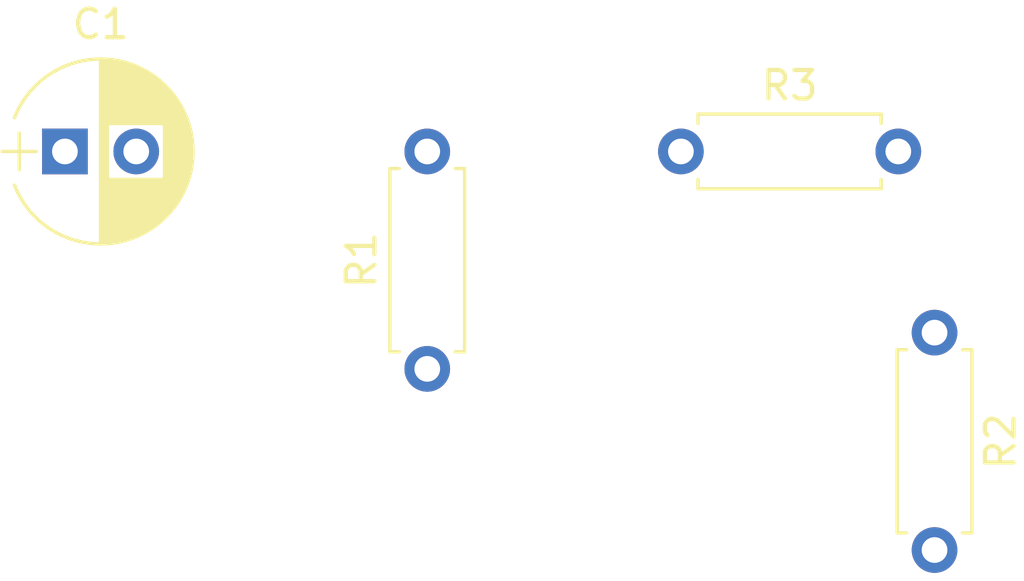
<source format=kicad_pcb>
(kicad_pcb (version 4) (host pcbnew 4.0.7)

  (general
    (links 5)
    (no_connects 5)
    (area 0 0 0 0)
    (thickness 1.6)
    (drawings 0)
    (tracks 0)
    (zones 0)
    (modules 4)
    (nets 4)
  )

  (page A4)
  (layers
    (0 F.Cu signal)
    (31 B.Cu signal)
    (32 B.Adhes user)
    (33 F.Adhes user)
    (34 B.Paste user)
    (35 F.Paste user)
    (36 B.SilkS user)
    (37 F.SilkS user)
    (38 B.Mask user)
    (39 F.Mask user)
    (40 Dwgs.User user)
    (41 Cmts.User user)
    (42 Eco1.User user)
    (43 Eco2.User user)
    (44 Edge.Cuts user)
    (45 Margin user)
    (46 B.CrtYd user)
    (47 F.CrtYd user)
    (48 B.Fab user)
    (49 F.Fab user)
  )

  (setup
    (last_trace_width 0.25)
    (trace_clearance 0.2)
    (zone_clearance 0.508)
    (zone_45_only no)
    (trace_min 0.2)
    (segment_width 0.2)
    (edge_width 0.15)
    (via_size 0.6)
    (via_drill 0.4)
    (via_min_size 0.4)
    (via_min_drill 0.3)
    (uvia_size 0.3)
    (uvia_drill 0.1)
    (uvias_allowed no)
    (uvia_min_size 0.2)
    (uvia_min_drill 0.1)
    (pcb_text_width 0.3)
    (pcb_text_size 1.5 1.5)
    (mod_edge_width 0.15)
    (mod_text_size 1 1)
    (mod_text_width 0.15)
    (pad_size 1.6 1.6)
    (pad_drill 0.9)
    (pad_to_mask_clearance 0.2)
    (aux_axis_origin 0 0)
    (visible_elements FFFFFF7F)
    (pcbplotparams
      (layerselection 0x00030_80000001)
      (usegerberextensions false)
      (excludeedgelayer true)
      (linewidth 0.100000)
      (plotframeref false)
      (viasonmask false)
      (mode 1)
      (useauxorigin false)
      (hpglpennumber 1)
      (hpglpenspeed 20)
      (hpglpendiameter 15)
      (hpglpenoverlay 2)
      (psnegative false)
      (psa4output false)
      (plotreference true)
      (plotvalue true)
      (plotinvisibletext false)
      (padsonsilk false)
      (subtractmaskfromsilk false)
      (outputformat 1)
      (mirror false)
      (drillshape 1)
      (scaleselection 1)
      (outputdirectory ""))
  )

  (net 0 "")
  (net 1 "Net-(C1-Pad1)")
  (net 2 GND)
  (net 3 "Net-(R2-Pad1)")

  (net_class Default "This is the default net class."
    (clearance 0.2)
    (trace_width 0.25)
    (via_dia 0.6)
    (via_drill 0.4)
    (uvia_dia 0.3)
    (uvia_drill 0.1)
    (add_net GND)
    (add_net "Net-(C1-Pad1)")
    (add_net "Net-(R2-Pad1)")
  )

  (module Capacitors_THT:CP_Radial_D6.3mm_P2.50mm (layer F.Cu) (tedit 5BEB1AD0) (tstamp 5BEB19F9)
    (at 139.7 92.71)
    (descr "CP, Radial series, Radial, pin pitch=2.50mm, , diameter=6.3mm, Electrolytic Capacitor")
    (tags "CP Radial series Radial pin pitch 2.50mm  diameter 6.3mm Electrolytic Capacitor")
    (path /5BEB19A0)
    (fp_text reference C1 (at 1.25 -4.46) (layer F.SilkS)
      (effects (font (size 1 1) (thickness 0.15)))
    )
    (fp_text value CP (at 1.25 4.46) (layer F.Fab)
      (effects (font (size 1 1) (thickness 0.15)))
    )
    (fp_arc (start 1.25 0) (end -1.767482 -1.18) (angle 137.3) (layer F.SilkS) (width 0.12))
    (fp_arc (start 1.25 0) (end -1.767482 1.18) (angle -137.3) (layer F.SilkS) (width 0.12))
    (fp_arc (start 1.25 0) (end 4.267482 -1.18) (angle 42.7) (layer F.SilkS) (width 0.12))
    (fp_circle (center 1.25 0) (end 4.4 0) (layer F.Fab) (width 0.1))
    (fp_line (start -2.2 0) (end -1 0) (layer F.Fab) (width 0.1))
    (fp_line (start -1.6 -0.65) (end -1.6 0.65) (layer F.Fab) (width 0.1))
    (fp_line (start 1.25 -3.2) (end 1.25 3.2) (layer F.SilkS) (width 0.12))
    (fp_line (start 1.29 -3.2) (end 1.29 3.2) (layer F.SilkS) (width 0.12))
    (fp_line (start 1.33 -3.2) (end 1.33 3.2) (layer F.SilkS) (width 0.12))
    (fp_line (start 1.37 -3.198) (end 1.37 3.198) (layer F.SilkS) (width 0.12))
    (fp_line (start 1.41 -3.197) (end 1.41 3.197) (layer F.SilkS) (width 0.12))
    (fp_line (start 1.45 -3.194) (end 1.45 3.194) (layer F.SilkS) (width 0.12))
    (fp_line (start 1.49 -3.192) (end 1.49 3.192) (layer F.SilkS) (width 0.12))
    (fp_line (start 1.53 -3.188) (end 1.53 -0.98) (layer F.SilkS) (width 0.12))
    (fp_line (start 1.53 0.98) (end 1.53 3.188) (layer F.SilkS) (width 0.12))
    (fp_line (start 1.57 -3.185) (end 1.57 -0.98) (layer F.SilkS) (width 0.12))
    (fp_line (start 1.57 0.98) (end 1.57 3.185) (layer F.SilkS) (width 0.12))
    (fp_line (start 1.61 -3.18) (end 1.61 -0.98) (layer F.SilkS) (width 0.12))
    (fp_line (start 1.61 0.98) (end 1.61 3.18) (layer F.SilkS) (width 0.12))
    (fp_line (start 1.65 -3.176) (end 1.65 -0.98) (layer F.SilkS) (width 0.12))
    (fp_line (start 1.65 0.98) (end 1.65 3.176) (layer F.SilkS) (width 0.12))
    (fp_line (start 1.69 -3.17) (end 1.69 -0.98) (layer F.SilkS) (width 0.12))
    (fp_line (start 1.69 0.98) (end 1.69 3.17) (layer F.SilkS) (width 0.12))
    (fp_line (start 1.73 -3.165) (end 1.73 -0.98) (layer F.SilkS) (width 0.12))
    (fp_line (start 1.73 0.98) (end 1.73 3.165) (layer F.SilkS) (width 0.12))
    (fp_line (start 1.77 -3.158) (end 1.77 -0.98) (layer F.SilkS) (width 0.12))
    (fp_line (start 1.77 0.98) (end 1.77 3.158) (layer F.SilkS) (width 0.12))
    (fp_line (start 1.81 -3.152) (end 1.81 -0.98) (layer F.SilkS) (width 0.12))
    (fp_line (start 1.81 0.98) (end 1.81 3.152) (layer F.SilkS) (width 0.12))
    (fp_line (start 1.85 -3.144) (end 1.85 -0.98) (layer F.SilkS) (width 0.12))
    (fp_line (start 1.85 0.98) (end 1.85 3.144) (layer F.SilkS) (width 0.12))
    (fp_line (start 1.89 -3.137) (end 1.89 -0.98) (layer F.SilkS) (width 0.12))
    (fp_line (start 1.89 0.98) (end 1.89 3.137) (layer F.SilkS) (width 0.12))
    (fp_line (start 1.93 -3.128) (end 1.93 -0.98) (layer F.SilkS) (width 0.12))
    (fp_line (start 1.93 0.98) (end 1.93 3.128) (layer F.SilkS) (width 0.12))
    (fp_line (start 1.971 -3.119) (end 1.971 -0.98) (layer F.SilkS) (width 0.12))
    (fp_line (start 1.971 0.98) (end 1.971 3.119) (layer F.SilkS) (width 0.12))
    (fp_line (start 2.011 -3.11) (end 2.011 -0.98) (layer F.SilkS) (width 0.12))
    (fp_line (start 2.011 0.98) (end 2.011 3.11) (layer F.SilkS) (width 0.12))
    (fp_line (start 2.051 -3.1) (end 2.051 -0.98) (layer F.SilkS) (width 0.12))
    (fp_line (start 2.051 0.98) (end 2.051 3.1) (layer F.SilkS) (width 0.12))
    (fp_line (start 2.091 -3.09) (end 2.091 -0.98) (layer F.SilkS) (width 0.12))
    (fp_line (start 2.091 0.98) (end 2.091 3.09) (layer F.SilkS) (width 0.12))
    (fp_line (start 2.131 -3.079) (end 2.131 -0.98) (layer F.SilkS) (width 0.12))
    (fp_line (start 2.131 0.98) (end 2.131 3.079) (layer F.SilkS) (width 0.12))
    (fp_line (start 2.171 -3.067) (end 2.171 -0.98) (layer F.SilkS) (width 0.12))
    (fp_line (start 2.171 0.98) (end 2.171 3.067) (layer F.SilkS) (width 0.12))
    (fp_line (start 2.211 -3.055) (end 2.211 -0.98) (layer F.SilkS) (width 0.12))
    (fp_line (start 2.211 0.98) (end 2.211 3.055) (layer F.SilkS) (width 0.12))
    (fp_line (start 2.251 -3.042) (end 2.251 -0.98) (layer F.SilkS) (width 0.12))
    (fp_line (start 2.251 0.98) (end 2.251 3.042) (layer F.SilkS) (width 0.12))
    (fp_line (start 2.291 -3.029) (end 2.291 -0.98) (layer F.SilkS) (width 0.12))
    (fp_line (start 2.291 0.98) (end 2.291 3.029) (layer F.SilkS) (width 0.12))
    (fp_line (start 2.331 -3.015) (end 2.331 -0.98) (layer F.SilkS) (width 0.12))
    (fp_line (start 2.331 0.98) (end 2.331 3.015) (layer F.SilkS) (width 0.12))
    (fp_line (start 2.371 -3.001) (end 2.371 -0.98) (layer F.SilkS) (width 0.12))
    (fp_line (start 2.371 0.98) (end 2.371 3.001) (layer F.SilkS) (width 0.12))
    (fp_line (start 2.411 -2.986) (end 2.411 -0.98) (layer F.SilkS) (width 0.12))
    (fp_line (start 2.411 0.98) (end 2.411 2.986) (layer F.SilkS) (width 0.12))
    (fp_line (start 2.451 -2.97) (end 2.451 -0.98) (layer F.SilkS) (width 0.12))
    (fp_line (start 2.451 0.98) (end 2.451 2.97) (layer F.SilkS) (width 0.12))
    (fp_line (start 2.491 -2.954) (end 2.491 -0.98) (layer F.SilkS) (width 0.12))
    (fp_line (start 2.491 0.98) (end 2.491 2.954) (layer F.SilkS) (width 0.12))
    (fp_line (start 2.531 -2.937) (end 2.531 -0.98) (layer F.SilkS) (width 0.12))
    (fp_line (start 2.531 0.98) (end 2.531 2.937) (layer F.SilkS) (width 0.12))
    (fp_line (start 2.571 -2.919) (end 2.571 -0.98) (layer F.SilkS) (width 0.12))
    (fp_line (start 2.571 0.98) (end 2.571 2.919) (layer F.SilkS) (width 0.12))
    (fp_line (start 2.611 -2.901) (end 2.611 -0.98) (layer F.SilkS) (width 0.12))
    (fp_line (start 2.611 0.98) (end 2.611 2.901) (layer F.SilkS) (width 0.12))
    (fp_line (start 2.651 -2.882) (end 2.651 -0.98) (layer F.SilkS) (width 0.12))
    (fp_line (start 2.651 0.98) (end 2.651 2.882) (layer F.SilkS) (width 0.12))
    (fp_line (start 2.691 -2.863) (end 2.691 -0.98) (layer F.SilkS) (width 0.12))
    (fp_line (start 2.691 0.98) (end 2.691 2.863) (layer F.SilkS) (width 0.12))
    (fp_line (start 2.731 -2.843) (end 2.731 -0.98) (layer F.SilkS) (width 0.12))
    (fp_line (start 2.731 0.98) (end 2.731 2.843) (layer F.SilkS) (width 0.12))
    (fp_line (start 2.771 -2.822) (end 2.771 -0.98) (layer F.SilkS) (width 0.12))
    (fp_line (start 2.771 0.98) (end 2.771 2.822) (layer F.SilkS) (width 0.12))
    (fp_line (start 2.811 -2.8) (end 2.811 -0.98) (layer F.SilkS) (width 0.12))
    (fp_line (start 2.811 0.98) (end 2.811 2.8) (layer F.SilkS) (width 0.12))
    (fp_line (start 2.851 -2.778) (end 2.851 -0.98) (layer F.SilkS) (width 0.12))
    (fp_line (start 2.851 0.98) (end 2.851 2.778) (layer F.SilkS) (width 0.12))
    (fp_line (start 2.891 -2.755) (end 2.891 -0.98) (layer F.SilkS) (width 0.12))
    (fp_line (start 2.891 0.98) (end 2.891 2.755) (layer F.SilkS) (width 0.12))
    (fp_line (start 2.931 -2.731) (end 2.931 -0.98) (layer F.SilkS) (width 0.12))
    (fp_line (start 2.931 0.98) (end 2.931 2.731) (layer F.SilkS) (width 0.12))
    (fp_line (start 2.971 -2.706) (end 2.971 -0.98) (layer F.SilkS) (width 0.12))
    (fp_line (start 2.971 0.98) (end 2.971 2.706) (layer F.SilkS) (width 0.12))
    (fp_line (start 3.011 -2.681) (end 3.011 -0.98) (layer F.SilkS) (width 0.12))
    (fp_line (start 3.011 0.98) (end 3.011 2.681) (layer F.SilkS) (width 0.12))
    (fp_line (start 3.051 -2.654) (end 3.051 -0.98) (layer F.SilkS) (width 0.12))
    (fp_line (start 3.051 0.98) (end 3.051 2.654) (layer F.SilkS) (width 0.12))
    (fp_line (start 3.091 -2.627) (end 3.091 -0.98) (layer F.SilkS) (width 0.12))
    (fp_line (start 3.091 0.98) (end 3.091 2.627) (layer F.SilkS) (width 0.12))
    (fp_line (start 3.131 -2.599) (end 3.131 -0.98) (layer F.SilkS) (width 0.12))
    (fp_line (start 3.131 0.98) (end 3.131 2.599) (layer F.SilkS) (width 0.12))
    (fp_line (start 3.171 -2.57) (end 3.171 -0.98) (layer F.SilkS) (width 0.12))
    (fp_line (start 3.171 0.98) (end 3.171 2.57) (layer F.SilkS) (width 0.12))
    (fp_line (start 3.211 -2.54) (end 3.211 -0.98) (layer F.SilkS) (width 0.12))
    (fp_line (start 3.211 0.98) (end 3.211 2.54) (layer F.SilkS) (width 0.12))
    (fp_line (start 3.251 -2.51) (end 3.251 -0.98) (layer F.SilkS) (width 0.12))
    (fp_line (start 3.251 0.98) (end 3.251 2.51) (layer F.SilkS) (width 0.12))
    (fp_line (start 3.291 -2.478) (end 3.291 -0.98) (layer F.SilkS) (width 0.12))
    (fp_line (start 3.291 0.98) (end 3.291 2.478) (layer F.SilkS) (width 0.12))
    (fp_line (start 3.331 -2.445) (end 3.331 -0.98) (layer F.SilkS) (width 0.12))
    (fp_line (start 3.331 0.98) (end 3.331 2.445) (layer F.SilkS) (width 0.12))
    (fp_line (start 3.371 -2.411) (end 3.371 -0.98) (layer F.SilkS) (width 0.12))
    (fp_line (start 3.371 0.98) (end 3.371 2.411) (layer F.SilkS) (width 0.12))
    (fp_line (start 3.411 -2.375) (end 3.411 -0.98) (layer F.SilkS) (width 0.12))
    (fp_line (start 3.411 0.98) (end 3.411 2.375) (layer F.SilkS) (width 0.12))
    (fp_line (start 3.451 -2.339) (end 3.451 -0.98) (layer F.SilkS) (width 0.12))
    (fp_line (start 3.451 0.98) (end 3.451 2.339) (layer F.SilkS) (width 0.12))
    (fp_line (start 3.491 -2.301) (end 3.491 2.301) (layer F.SilkS) (width 0.12))
    (fp_line (start 3.531 -2.262) (end 3.531 2.262) (layer F.SilkS) (width 0.12))
    (fp_line (start 3.571 -2.222) (end 3.571 2.222) (layer F.SilkS) (width 0.12))
    (fp_line (start 3.611 -2.18) (end 3.611 2.18) (layer F.SilkS) (width 0.12))
    (fp_line (start 3.651 -2.137) (end 3.651 2.137) (layer F.SilkS) (width 0.12))
    (fp_line (start 3.691 -2.092) (end 3.691 2.092) (layer F.SilkS) (width 0.12))
    (fp_line (start 3.731 -2.045) (end 3.731 2.045) (layer F.SilkS) (width 0.12))
    (fp_line (start 3.771 -1.997) (end 3.771 1.997) (layer F.SilkS) (width 0.12))
    (fp_line (start 3.811 -1.946) (end 3.811 1.946) (layer F.SilkS) (width 0.12))
    (fp_line (start 3.851 -1.894) (end 3.851 1.894) (layer F.SilkS) (width 0.12))
    (fp_line (start 3.891 -1.839) (end 3.891 1.839) (layer F.SilkS) (width 0.12))
    (fp_line (start 3.931 -1.781) (end 3.931 1.781) (layer F.SilkS) (width 0.12))
    (fp_line (start 3.971 -1.721) (end 3.971 1.721) (layer F.SilkS) (width 0.12))
    (fp_line (start 4.011 -1.658) (end 4.011 1.658) (layer F.SilkS) (width 0.12))
    (fp_line (start 4.051 -1.591) (end 4.051 1.591) (layer F.SilkS) (width 0.12))
    (fp_line (start 4.091 -1.52) (end 4.091 1.52) (layer F.SilkS) (width 0.12))
    (fp_line (start 4.131 -1.445) (end 4.131 1.445) (layer F.SilkS) (width 0.12))
    (fp_line (start 4.171 -1.364) (end 4.171 1.364) (layer F.SilkS) (width 0.12))
    (fp_line (start 4.211 -1.278) (end 4.211 1.278) (layer F.SilkS) (width 0.12))
    (fp_line (start 4.251 -1.184) (end 4.251 1.184) (layer F.SilkS) (width 0.12))
    (fp_line (start 4.291 -1.081) (end 4.291 1.081) (layer F.SilkS) (width 0.12))
    (fp_line (start 4.331 -0.966) (end 4.331 0.966) (layer F.SilkS) (width 0.12))
    (fp_line (start 4.371 -0.834) (end 4.371 0.834) (layer F.SilkS) (width 0.12))
    (fp_line (start 4.411 -0.676) (end 4.411 0.676) (layer F.SilkS) (width 0.12))
    (fp_line (start 4.451 -0.468) (end 4.451 0.468) (layer F.SilkS) (width 0.12))
    (fp_line (start -2.2 0) (end -1 0) (layer F.SilkS) (width 0.12))
    (fp_line (start -1.6 -0.65) (end -1.6 0.65) (layer F.SilkS) (width 0.12))
    (fp_line (start -2.25 -3.5) (end -2.25 3.5) (layer F.CrtYd) (width 0.05))
    (fp_line (start -2.25 3.5) (end 4.75 3.5) (layer F.CrtYd) (width 0.05))
    (fp_line (start 4.75 3.5) (end 4.75 -3.5) (layer F.CrtYd) (width 0.05))
    (fp_line (start 4.75 -3.5) (end -2.25 -3.5) (layer F.CrtYd) (width 0.05))
    (fp_text user %R (at 1.25 0) (layer F.Fab)
      (effects (font (size 1 1) (thickness 0.15)))
    )
    (pad 1 thru_hole rect (at 0 0) (size 1.6 1.6) (drill 0.9) (layers *.Cu *.Mask)
      (net 1 "Net-(C1-Pad1)"))
    (pad 2 thru_hole circle (at 2.5 0) (size 1.6 1.6) (drill 0.9) (layers *.Cu *.Mask)
      (net 2 GND))
    (model ${KISYS3DMOD}/Capacitors_THT.3dshapes/CP_Radial_D6.3mm_P2.50mm.wrl
      (at (xyz 0 0 0))
      (scale (xyz 1 1 1))
      (rotate (xyz 0 0 0))
    )
  )

  (module Resistors_THT:R_Axial_DIN0207_L6.3mm_D2.5mm_P7.62mm_Horizontal (layer F.Cu) (tedit 5BEB1AEA) (tstamp 5BEB19FF)
    (at 152.4 100.33 90)
    (descr "Resistor, Axial_DIN0207 series, Axial, Horizontal, pin pitch=7.62mm, 0.25W = 1/4W, length*diameter=6.3*2.5mm^2, http://cdn-reichelt.de/documents/datenblatt/B400/1_4W%23YAG.pdf")
    (tags "Resistor Axial_DIN0207 series Axial Horizontal pin pitch 7.62mm 0.25W = 1/4W length 6.3mm diameter 2.5mm")
    (path /5BEB18CE)
    (fp_text reference R1 (at 3.81 -2.31 90) (layer F.SilkS)
      (effects (font (size 1 1) (thickness 0.15)))
    )
    (fp_text value R (at 3.81 2.31 90) (layer F.Fab)
      (effects (font (size 1 1) (thickness 0.15)))
    )
    (fp_line (start 0.66 -1.25) (end 0.66 1.25) (layer F.Fab) (width 0.1))
    (fp_line (start 0.66 1.25) (end 6.96 1.25) (layer F.Fab) (width 0.1))
    (fp_line (start 6.96 1.25) (end 6.96 -1.25) (layer F.Fab) (width 0.1))
    (fp_line (start 6.96 -1.25) (end 0.66 -1.25) (layer F.Fab) (width 0.1))
    (fp_line (start 0 0) (end 0.66 0) (layer F.Fab) (width 0.1))
    (fp_line (start 7.62 0) (end 6.96 0) (layer F.Fab) (width 0.1))
    (fp_line (start 0.6 -0.98) (end 0.6 -1.31) (layer F.SilkS) (width 0.12))
    (fp_line (start 0.6 -1.31) (end 7.02 -1.31) (layer F.SilkS) (width 0.12))
    (fp_line (start 7.02 -1.31) (end 7.02 -0.98) (layer F.SilkS) (width 0.12))
    (fp_line (start 0.6 0.98) (end 0.6 1.31) (layer F.SilkS) (width 0.12))
    (fp_line (start 0.6 1.31) (end 7.02 1.31) (layer F.SilkS) (width 0.12))
    (fp_line (start 7.02 1.31) (end 7.02 0.98) (layer F.SilkS) (width 0.12))
    (fp_line (start -1.05 -1.6) (end -1.05 1.6) (layer F.CrtYd) (width 0.05))
    (fp_line (start -1.05 1.6) (end 8.7 1.6) (layer F.CrtYd) (width 0.05))
    (fp_line (start 8.7 1.6) (end 8.7 -1.6) (layer F.CrtYd) (width 0.05))
    (fp_line (start 8.7 -1.6) (end -1.05 -1.6) (layer F.CrtYd) (width 0.05))
    (pad 1 thru_hole circle (at 0 0 90) (size 1.6 1.6) (drill 0.9) (layers *.Cu *.Mask)
      (net 1 "Net-(C1-Pad1)"))
    (pad 2 thru_hole oval (at 7.62 0 90) (size 1.6 1.6) (drill 0.9) (layers *.Cu *.Mask)
      (net 2 GND))
    (model ${KISYS3DMOD}/Resistors_THT.3dshapes/R_Axial_DIN0207_L6.3mm_D2.5mm_P7.62mm_Horizontal.wrl
      (at (xyz 0 0 0))
      (scale (xyz 0.393701 0.393701 0.393701))
      (rotate (xyz 0 0 0))
    )
  )

  (module Resistors_THT:R_Axial_DIN0207_L6.3mm_D2.5mm_P7.62mm_Horizontal (layer F.Cu) (tedit 5BEB1B04) (tstamp 5BEB1A05)
    (at 170.18 99.06 270)
    (descr "Resistor, Axial_DIN0207 series, Axial, Horizontal, pin pitch=7.62mm, 0.25W = 1/4W, length*diameter=6.3*2.5mm^2, http://cdn-reichelt.de/documents/datenblatt/B400/1_4W%23YAG.pdf")
    (tags "Resistor Axial_DIN0207 series Axial Horizontal pin pitch 7.62mm 0.25W = 1/4W length 6.3mm diameter 2.5mm")
    (path /5BEB1931)
    (fp_text reference R2 (at 3.81 -2.31 270) (layer F.SilkS)
      (effects (font (size 1 1) (thickness 0.15)))
    )
    (fp_text value R (at 3.81 2.31 270) (layer F.Fab)
      (effects (font (size 1 1) (thickness 0.15)))
    )
    (fp_line (start 0.66 -1.25) (end 0.66 1.25) (layer F.Fab) (width 0.1))
    (fp_line (start 0.66 1.25) (end 6.96 1.25) (layer F.Fab) (width 0.1))
    (fp_line (start 6.96 1.25) (end 6.96 -1.25) (layer F.Fab) (width 0.1))
    (fp_line (start 6.96 -1.25) (end 0.66 -1.25) (layer F.Fab) (width 0.1))
    (fp_line (start 0 0) (end 0.66 0) (layer F.Fab) (width 0.1))
    (fp_line (start 7.62 0) (end 6.96 0) (layer F.Fab) (width 0.1))
    (fp_line (start 0.6 -0.98) (end 0.6 -1.31) (layer F.SilkS) (width 0.12))
    (fp_line (start 0.6 -1.31) (end 7.02 -1.31) (layer F.SilkS) (width 0.12))
    (fp_line (start 7.02 -1.31) (end 7.02 -0.98) (layer F.SilkS) (width 0.12))
    (fp_line (start 0.6 0.98) (end 0.6 1.31) (layer F.SilkS) (width 0.12))
    (fp_line (start 0.6 1.31) (end 7.02 1.31) (layer F.SilkS) (width 0.12))
    (fp_line (start 7.02 1.31) (end 7.02 0.98) (layer F.SilkS) (width 0.12))
    (fp_line (start -1.05 -1.6) (end -1.05 1.6) (layer F.CrtYd) (width 0.05))
    (fp_line (start -1.05 1.6) (end 8.7 1.6) (layer F.CrtYd) (width 0.05))
    (fp_line (start 8.7 1.6) (end 8.7 -1.6) (layer F.CrtYd) (width 0.05))
    (fp_line (start 8.7 -1.6) (end -1.05 -1.6) (layer F.CrtYd) (width 0.05))
    (pad 1 thru_hole circle (at 0 0 270) (size 1.6 1.6) (drill 0.9) (layers *.Cu *.Mask)
      (net 3 "Net-(R2-Pad1)"))
    (pad 2 thru_hole oval (at 7.62 0 270) (size 1.6 1.6) (drill 0.9) (layers *.Cu *.Mask)
      (net 1 "Net-(C1-Pad1)"))
    (model ${KISYS3DMOD}/Resistors_THT.3dshapes/R_Axial_DIN0207_L6.3mm_D2.5mm_P7.62mm_Horizontal.wrl
      (at (xyz 0 0 0))
      (scale (xyz 0.393701 0.393701 0.393701))
      (rotate (xyz 0 0 0))
    )
  )

  (module Resistors_THT:R_Axial_DIN0207_L6.3mm_D2.5mm_P7.62mm_Horizontal (layer F.Cu) (tedit 5874F706) (tstamp 5BEB1A0B)
    (at 161.29 92.71)
    (descr "Resistor, Axial_DIN0207 series, Axial, Horizontal, pin pitch=7.62mm, 0.25W = 1/4W, length*diameter=6.3*2.5mm^2, http://cdn-reichelt.de/documents/datenblatt/B400/1_4W%23YAG.pdf")
    (tags "Resistor Axial_DIN0207 series Axial Horizontal pin pitch 7.62mm 0.25W = 1/4W length 6.3mm diameter 2.5mm")
    (path /5BEB195B)
    (fp_text reference R3 (at 3.81 -2.31) (layer F.SilkS)
      (effects (font (size 1 1) (thickness 0.15)))
    )
    (fp_text value R (at 3.81 2.31) (layer F.Fab)
      (effects (font (size 1 1) (thickness 0.15)))
    )
    (fp_line (start 0.66 -1.25) (end 0.66 1.25) (layer F.Fab) (width 0.1))
    (fp_line (start 0.66 1.25) (end 6.96 1.25) (layer F.Fab) (width 0.1))
    (fp_line (start 6.96 1.25) (end 6.96 -1.25) (layer F.Fab) (width 0.1))
    (fp_line (start 6.96 -1.25) (end 0.66 -1.25) (layer F.Fab) (width 0.1))
    (fp_line (start 0 0) (end 0.66 0) (layer F.Fab) (width 0.1))
    (fp_line (start 7.62 0) (end 6.96 0) (layer F.Fab) (width 0.1))
    (fp_line (start 0.6 -0.98) (end 0.6 -1.31) (layer F.SilkS) (width 0.12))
    (fp_line (start 0.6 -1.31) (end 7.02 -1.31) (layer F.SilkS) (width 0.12))
    (fp_line (start 7.02 -1.31) (end 7.02 -0.98) (layer F.SilkS) (width 0.12))
    (fp_line (start 0.6 0.98) (end 0.6 1.31) (layer F.SilkS) (width 0.12))
    (fp_line (start 0.6 1.31) (end 7.02 1.31) (layer F.SilkS) (width 0.12))
    (fp_line (start 7.02 1.31) (end 7.02 0.98) (layer F.SilkS) (width 0.12))
    (fp_line (start -1.05 -1.6) (end -1.05 1.6) (layer F.CrtYd) (width 0.05))
    (fp_line (start -1.05 1.6) (end 8.7 1.6) (layer F.CrtYd) (width 0.05))
    (fp_line (start 8.7 1.6) (end 8.7 -1.6) (layer F.CrtYd) (width 0.05))
    (fp_line (start 8.7 -1.6) (end -1.05 -1.6) (layer F.CrtYd) (width 0.05))
    (pad 1 thru_hole circle (at 0 0) (size 1.6 1.6) (drill 0.9) (layers *.Cu *.Mask)
      (net 2 GND))
    (pad 2 thru_hole oval (at 7.62 0) (size 1.6 1.6) (drill 0.9) (layers *.Cu *.Mask)
      (net 3 "Net-(R2-Pad1)"))
    (model ${KISYS3DMOD}/Resistors_THT.3dshapes/R_Axial_DIN0207_L6.3mm_D2.5mm_P7.62mm_Horizontal.wrl
      (at (xyz 0 0 0))
      (scale (xyz 0.393701 0.393701 0.393701))
      (rotate (xyz 0 0 0))
    )
  )

)

</source>
